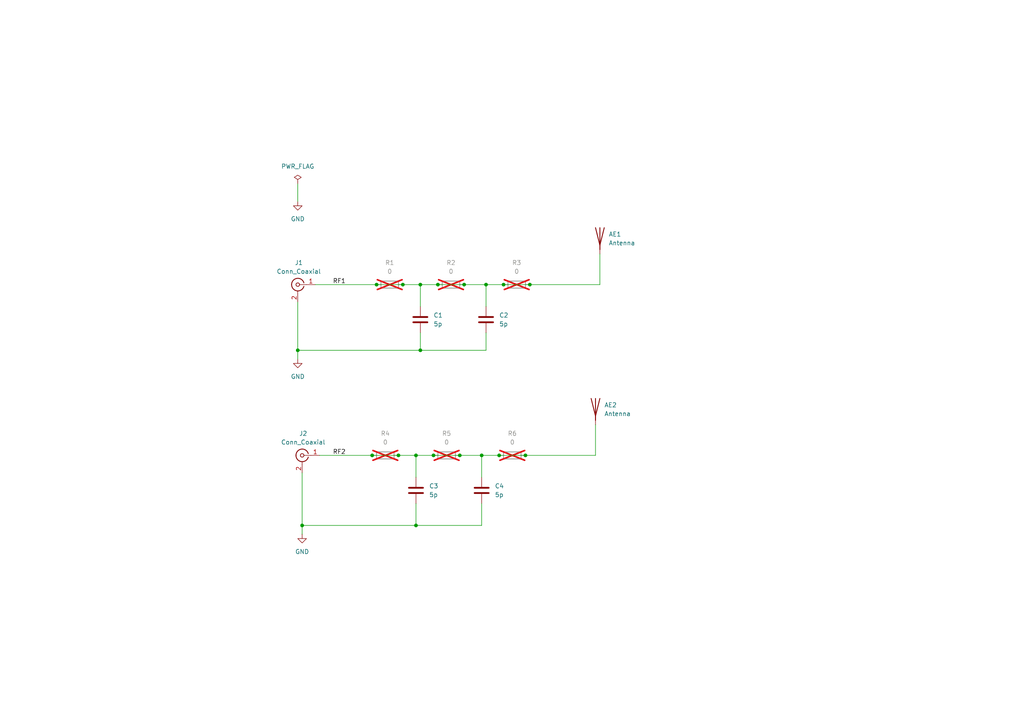
<source format=kicad_sch>
(kicad_sch (version 20231120) (generator "eeschema") (generator_version "8.0")
  (paper "A4")
  (lib_symbols
    (symbol "Connector:Conn_Coaxial" (pin_names (offset 1.016) hide)
      (property "Reference" "J" (at 0.254 3.048 0))
      (property "Value" "Conn_Coaxial" (at 2.921 0 90))
      (symbol "Conn_Coaxial_0_1"
        (arc (start -1.778 -0.508) (mid 0.2311 -1.8066) (end 1.778 0) (stroke (width 0.254)))
        (polyline (pts (xy -2.54 0) (xy -0.508 0)))
        (polyline (pts (xy 0 -2.54) (xy 0 -1.778)))
        (circle (center 0 0) (radius 0.508) (stroke (width 0.2032)))
        (arc (start 1.778 0) (mid 0.2099 1.8101) (end -1.778 0.508) (stroke (width 0.254)))
      )
      (symbol "Conn_Coaxial_1_1"
        (pin passive line (at -5.08 0 0) (length 2.54) (name "In") (number "1"))
        (pin passive line (at 0 -5.08 90) (length 2.54) (name "Ext") (number "2"))
      )
    )
    (symbol "Device:Antenna" (pin_numbers hide) (pin_names (offset 1.016) hide)
      (property "Reference" "AE" (at -1.905 1.905 0))
      (property "Value" "Antenna" (at -1.905 0 0))
      (symbol "Antenna_0_1"
        (polyline (pts (xy 0 2.54) (xy 0 -3.81)) (stroke (width 0.254)))
        (polyline (pts (xy 1.27 2.54) (xy 0 -2.54) (xy -1.27 2.54)) (stroke (width 0.254)))
      )
      (symbol "Antenna_1_1"
        (pin input line (at 0 -5.08 90) (length 2.54) (name "A") (number "1"))
      )
    )
    (symbol "Device:C" (pin_numbers hide) (pin_names (offset 0.254))
      (property "Reference" "C" (at 0.635 2.54 0))
      (property "Value" "C" (at 0.635 -2.54 0))
      (symbol "C_0_1"
        (polyline (pts (xy -2.032 -0.762) (xy 2.032 -0.762)) (stroke (width 0.508)))
        (polyline (pts (xy -2.032 0.762) (xy 2.032 0.762)) (stroke (width 0.508)))
      )
      (symbol "C_1_1"
        (pin passive line (at 0 3.81 270) (length 2.794) (name "~") (number "1"))
        (pin passive line (at 0 -3.81 90) (length 2.794) (name "~") (number "2"))
      )
    )
    (symbol "Device:R" (pin_numbers hide) (pin_names (offset 0))
      (property "Reference" "R" (at 2.032 0 90))
      (property "Value" "R" (at 0 0 90))
      (symbol "R_0_1"
        (rectangle (start -1.016 -2.54) (end 1.016 2.54) (stroke (width 0.254)))
      )
      (symbol "R_1_1"
        (pin passive line (at 0 3.81 270) (length 1.27) (name "~") (number "1"))
        (pin passive line (at 0 -3.81 90) (length 1.27) (name "~") (number "2"))
      )
    )
    (symbol "power:GND" (power) (pin_numbers hide) (pin_names (offset 0) hide)
      (property "Value" "GND" (at 0 -3.81 0))
      (symbol "GND_0_1"
        (polyline (pts (xy 0 0) (xy 0 -1.27) (xy 1.27 -1.27) (xy 0 -2.54) (xy -1.27 -1.27) (xy 0 -1.27)))
      )
      (symbol "GND_1_1"
        (pin power_in line (at 0 0 270) (length 0) (name "~") (number "1"))
      )
    )
    (symbol "power:PWR_FLAG" (power) (pin_numbers hide) (pin_names (offset 0) hide)
      (property "Value" "PWR_FLAG" (at 0 3.81 0))
      (symbol "PWR_FLAG_0_0"
        (pin power_out line (at 0 0 90) (length 0) (name "~") (number "1"))
      )
      (symbol "PWR_FLAG_0_1"
        (polyline (pts (xy 0 0) (xy 0 1.27) (xy -1.016 1.905) (xy 0 2.54) (xy 1.016 1.905) (xy 0 1.27)))
      )
    )
  )
  (junction (at 133.35 132.08))
  (junction (at 107.95 132.08))
  (junction (at 109.22 82.55))
  (junction (at 134.62 82.55))
  (junction (at 144.78 132.08))
  (junction (at 120.65 152.4))
  (junction (at 87.63 152.4))
  (junction (at 86.36 101.6))
  (junction (at 127 82.55))
  (junction (at 146.05 82.55))
  (junction (at 120.65 132.08))
  (junction (at 116.84 82.55))
  (junction (at 152.4 132.08))
  (junction (at 139.7 132.08))
  (junction (at 115.57 132.08))
  (junction (at 121.92 82.55))
  (junction (at 153.67 82.55))
  (junction (at 125.73 132.08))
  (junction (at 140.97 82.55))
  (junction (at 121.92 101.6))
  (wire (pts (xy 120.65 132.08) (xy 125.73 132.08)))
  (wire (pts (xy 127 82.55) (xy 134.62 82.55)))
  (wire (pts (xy 121.92 101.6) (xy 140.97 101.6)))
  (wire (pts (xy 87.63 152.4) (xy 120.65 152.4)))
  (wire (pts (xy 152.4 132.08) (xy 172.72 132.08)))
  (wire (pts (xy 146.05 82.55) (xy 153.67 82.55)))
  (wire (pts (xy 139.7 152.4) (xy 139.7 146.05)))
  (wire (pts (xy 121.92 82.55) (xy 121.92 88.9)))
  (wire (pts (xy 153.67 82.55) (xy 173.99 82.55)))
  (wire (pts (xy 107.95 132.08) (xy 115.57 132.08)))
  (wire (pts (xy 140.97 101.6) (xy 140.97 96.52)))
  (wire (pts (xy 116.84 82.55) (xy 121.92 82.55)))
  (wire (pts (xy 173.99 82.55) (xy 173.99 73.66)))
  (wire (pts (xy 133.35 132.08) (xy 139.7 132.08)))
  (wire (pts (xy 140.97 88.9) (xy 140.97 82.55)))
  (wire (pts (xy 91.44 82.55) (xy 109.22 82.55)))
  (wire (pts (xy 139.7 138.43) (xy 139.7 132.08)))
  (wire (pts (xy 86.36 101.6) (xy 86.36 104.14)))
  (wire (pts (xy 144.78 132.08) (xy 152.4 132.08)))
  (wire (pts (xy 92.71 132.08) (xy 107.95 132.08)))
  (wire (pts (xy 86.36 101.6) (xy 121.92 101.6)))
  (wire (pts (xy 125.73 132.08) (xy 133.35 132.08)))
  (wire (pts (xy 134.62 82.55) (xy 140.97 82.55)))
  (wire (pts (xy 86.36 53.34) (xy 86.36 58.42)))
  (wire (pts (xy 87.63 137.16) (xy 87.63 152.4)))
  (wire (pts (xy 87.63 152.4) (xy 87.63 154.94)))
  (wire (pts (xy 120.65 132.08) (xy 120.65 138.43)))
  (wire (pts (xy 139.7 132.08) (xy 144.78 132.08)))
  (wire (pts (xy 120.65 152.4) (xy 139.7 152.4)))
  (wire (pts (xy 120.65 146.05) (xy 120.65 152.4)))
  (wire (pts (xy 121.92 82.55) (xy 127 82.55)))
  (wire (pts (xy 140.97 82.55) (xy 146.05 82.55)))
  (wire (pts (xy 172.72 132.08) (xy 172.72 123.19)))
  (wire (pts (xy 109.22 82.55) (xy 116.84 82.55)))
  (wire (pts (xy 121.92 96.52) (xy 121.92 101.6)))
  (wire (pts (xy 115.57 132.08) (xy 120.65 132.08)))
  (wire (pts (xy 86.36 87.63) (xy 86.36 101.6)))
  (label "RF2" (at 96.52 132.08 0))
  (label "RF1" (at 96.52 82.55 0))
  (symbol (lib_id "Device:C") (at 139.7 142.24 0) (unit 1)
    (property "Reference" "C4" (at 143.51 140.9699 0) (effects (justify left)))
    (property "Value" "5p" (at 143.51 143.5099 0) (effects (justify left)))
    (property "Footprint" "Capacitor_SMD:C_0402_1005Metric" (effects (hide yes)))
    (property "Description" "Unpolarized capacitor" (effects (hide yes)))
  )
  (symbol (lib_id "Device:R") (at 113.03 82.55 90) (unit 1) (dnp yes)
    (property "Reference" "R1" (at 113.03 76.2 90))
    (property "Value" "0" (at 113.03 78.74 90))
    (property "Footprint" "Resistor_SMD:R_0402_1005Metric" (effects (hide yes)))
    (property "Description" "Resistor" (effects (hide yes)))
  )
  (symbol (lib_id "Device:Antenna") (at 172.72 118.11 0) (unit 1)
    (property "Reference" "AE2" (at 175.26 117.4749 0) (effects (justify left)))
    (property "Value" "Antenna" (at 175.26 120.0149 0) (effects (justify left)))
    (property "Footprint" "sample:Antenna_Stub_0.5mm" (effects (hide yes)))
    (property "Description" "Antenna" (effects (hide yes)))
  )
  (symbol (lib_id "power:PWR_FLAG") (at 86.36 53.34 0) (unit 1)
    (property "Reference" "#FLG1" (effects (hide yes)))
    (property "Value" "PWR_FLAG" (at 86.36 48.26 0))
    (property "Description" "Special symbol for telling ERC where power comes from" (effects (hide yes)))
  )
  (symbol (lib_id "power:GND") (at 86.36 104.14 0) (unit 1)
    (property "Reference" "#PWR2" (effects (hide yes)))
    (property "Value" "GND" (at 86.36 109.22 0))
    (property "Description" "Power symbol creates a global label with name \"GND\" , ground" (effects (hide yes)))
  )
  (symbol (lib_id "Connector:Conn_Coaxial") (at 87.63 132.08 0) (mirror y) (unit 1)
    (property "Reference" "J2" (at 87.9474 125.73 0))
    (property "Value" "Conn_Coaxial" (at 87.9474 128.27 0))
    (property "Footprint" "Connector_Coaxial:SMA_Molex_73251-2200_Horizontal" (effects (hide yes)))
    (property "Description" "coaxial connector (BNC, SMA, SMB, SMC, Cinch/RCA, LEMO, ...)" (effects (hide yes)))
  )
  (symbol (lib_id "Device:C") (at 121.92 92.71 0) (unit 1)
    (property "Reference" "C1" (at 125.73 91.4399 0) (effects (justify left)))
    (property "Value" "5p" (at 125.73 93.9799 0) (effects (justify left)))
    (property "Footprint" "Capacitor_SMD:C_0402_1005Metric" (effects (hide yes)))
    (property "Description" "Unpolarized capacitor" (effects (hide yes)))
  )
  (symbol (lib_id "Device:R") (at 129.54 132.08 90) (unit 1) (dnp yes)
    (property "Reference" "R5" (at 129.54 125.73 90))
    (property "Value" "0" (at 129.54 128.27 90))
    (property "Footprint" "Resistor_SMD:R_0402_1005Metric" (effects (hide yes)))
    (property "Description" "Resistor" (effects (hide yes)))
  )
  (symbol (lib_id "Device:C") (at 140.97 92.71 0) (unit 1)
    (property "Reference" "C2" (at 144.78 91.4399 0) (effects (justify left)))
    (property "Value" "5p" (at 144.78 93.9799 0) (effects (justify left)))
    (property "Footprint" "Capacitor_SMD:C_0402_1005Metric" (effects (hide yes)))
    (property "Description" "Unpolarized capacitor" (effects (hide yes)))
  )
  (symbol (lib_id "Device:R") (at 149.86 82.55 90) (unit 1) (dnp yes)
    (property "Reference" "R3" (at 149.86 76.2 90))
    (property "Value" "0" (at 149.86 78.74 90))
    (property "Footprint" "Resistor_SMD:R_0402_1005Metric" (effects (hide yes)))
    (property "Description" "Resistor" (effects (hide yes)))
  )
  (symbol (lib_id "Device:R") (at 130.81 82.55 90) (unit 1) (dnp yes)
    (property "Reference" "R2" (at 130.81 76.2 90))
    (property "Value" "0" (at 130.81 78.74 90))
    (property "Footprint" "Resistor_SMD:R_0402_1005Metric" (effects (hide yes)))
    (property "Description" "Resistor" (effects (hide yes)))
  )
  (symbol (lib_id "power:GND") (at 87.63 154.94 0) (unit 1)
    (property "Reference" "#PWR1" (effects (hide yes)))
    (property "Value" "GND" (at 87.63 160.02 0))
    (property "Description" "Power symbol creates a global label with name \"GND\" , ground" (effects (hide yes)))
  )
  (symbol (lib_id "Device:Antenna") (at 173.99 68.58 0) (unit 1)
    (property "Reference" "AE1" (at 176.53 67.9449 0) (effects (justify left)))
    (property "Value" "Antenna" (at 176.53 70.4849 0) (effects (justify left)))
    (property "Footprint" "sample:Antenna_Stub_1.0mm" (effects (hide yes)))
    (property "Description" "Antenna" (effects (hide yes)))
  )
  (symbol (lib_id "power:GND") (at 86.36 58.42 0) (unit 1)
    (property "Reference" "#PWR3" (effects (hide yes)))
    (property "Value" "GND" (at 86.36 63.5 0))
    (property "Description" "Power symbol creates a global label with name \"GND\" , ground" (effects (hide yes)))
  )
  (symbol (lib_id "Connector:Conn_Coaxial") (at 86.36 82.55 0) (mirror y) (unit 1)
    (property "Reference" "J1" (at 86.6774 76.2 0))
    (property "Value" "Conn_Coaxial" (at 86.6774 78.74 0))
    (property "Footprint" "Connector_Coaxial:SMA_Molex_73251-2200_Horizontal" (effects (hide yes)))
    (property "Description" "coaxial connector (BNC, SMA, SMB, SMC, Cinch/RCA, LEMO, ...)" (effects (hide yes)))
  )
  (symbol (lib_id "Device:R") (at 148.59 132.08 90) (unit 1) (dnp yes)
    (property "Reference" "R6" (at 148.59 125.73 90))
    (property "Value" "0" (at 148.59 128.27 90))
    (property "Footprint" "Resistor_SMD:R_0402_1005Metric" (effects (hide yes)))
    (property "Description" "Resistor" (effects (hide yes)))
  )
  (symbol (lib_id "Device:C") (at 120.65 142.24 0) (unit 1)
    (property "Reference" "C3" (at 124.46 140.9699 0) (effects (justify left)))
    (property "Value" "5p" (at 124.46 143.5099 0) (effects (justify left)))
    (property "Footprint" "Capacitor_SMD:C_0402_1005Metric" (effects (hide yes)))
    (property "Description" "Unpolarized capacitor" (effects (hide yes)))
  )
  (symbol (lib_id "Device:R") (at 111.76 132.08 90) (unit 1) (dnp yes)
    (property "Reference" "R4" (at 111.76 125.73 90))
    (property "Value" "0" (at 111.76 128.27 90))
    (property "Footprint" "Resistor_SMD:R_0402_1005Metric" (effects (hide yes)))
    (property "Description" "Resistor" (effects (hide yes)))
  )
)
</source>
